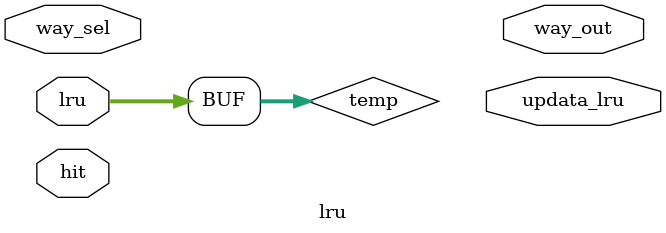
<source format=sv>

module lru
(
	input integer way_sel,
	input logic hit,
	input [2:0] lru,
	output integer way_out,
	output [2:0] updata_lru
);

logic [2:0] temp;
assign temp = lru;

always_comb begin
	if(hit) begin
	end
	else if(!hit) begin
	end
end

endmodule: lru 

</source>
